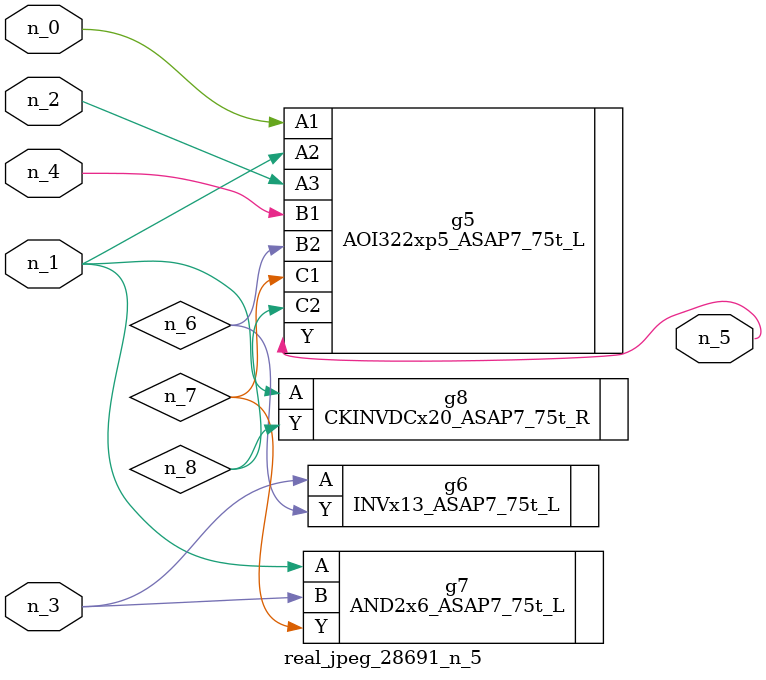
<source format=v>
module real_jpeg_28691_n_5 (n_4, n_0, n_1, n_2, n_3, n_5);

input n_4;
input n_0;
input n_1;
input n_2;
input n_3;

output n_5;

wire n_8;
wire n_6;
wire n_7;

AOI322xp5_ASAP7_75t_L g5 ( 
.A1(n_0),
.A2(n_1),
.A3(n_2),
.B1(n_4),
.B2(n_6),
.C1(n_7),
.C2(n_8),
.Y(n_5)
);

AND2x6_ASAP7_75t_L g7 ( 
.A(n_1),
.B(n_3),
.Y(n_7)
);

CKINVDCx20_ASAP7_75t_R g8 ( 
.A(n_1),
.Y(n_8)
);

INVx13_ASAP7_75t_L g6 ( 
.A(n_3),
.Y(n_6)
);


endmodule
</source>
